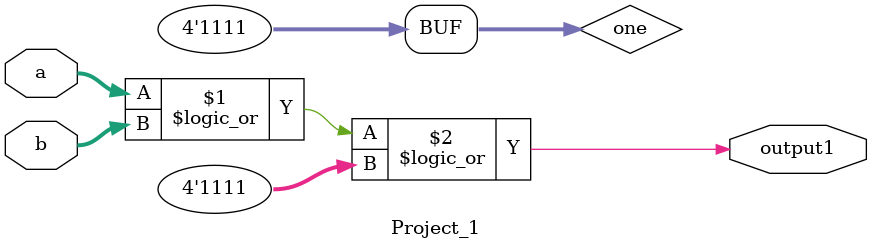
<source format=v>
module Project_1(
    
    input wire [3:0] a,
    input wire [2:0] b,
    output wire output1
    
);
  wire [3:0] one = 4'b1111; 
  assign output1 = a || b || one;
  
endmodule




</source>
